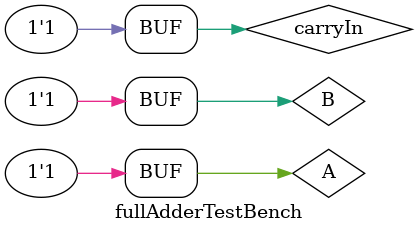
<source format=v>
`define DELAY 30
module fullAdderTestBench();
reg A,B,carryIn;
wire carryOut,sum;

fullAdder testFullAdder(sum,carryOut,A,B,carryIn);

initial begin
A = 1'b0; B = 1'b0; carryIn = 1'b0;
#`DELAY;
A = 1'b0; B = 1'b0; carryIn = 1'b1;
#`DELAY;
A = 1'b0; B = 1'b1; carryIn = 1'b0;
#`DELAY;
A = 1'b0; B = 1'b1; carryIn = 1'b1;
#`DELAY;
A = 1'b1; B = 1'b0; carryIn = 1'b0;
#`DELAY;
A = 1'b1; B = 1'b0; carryIn = 1'b1;
#`DELAY;
A = 1'b1; B = 1'b1; carryIn = 1'b0;
#`DELAY;
A = 1'b1; B = 1'b1; carryIn = 1'b1;
end
 
 
initial
begin
$monitor("time = %2d, a =%1b, b=%1b, carry_in=%1b, sum=%1b, carry_out=%1b", $time, A, B, carryIn, sum, carryOut);
end
 
endmodule
</source>
